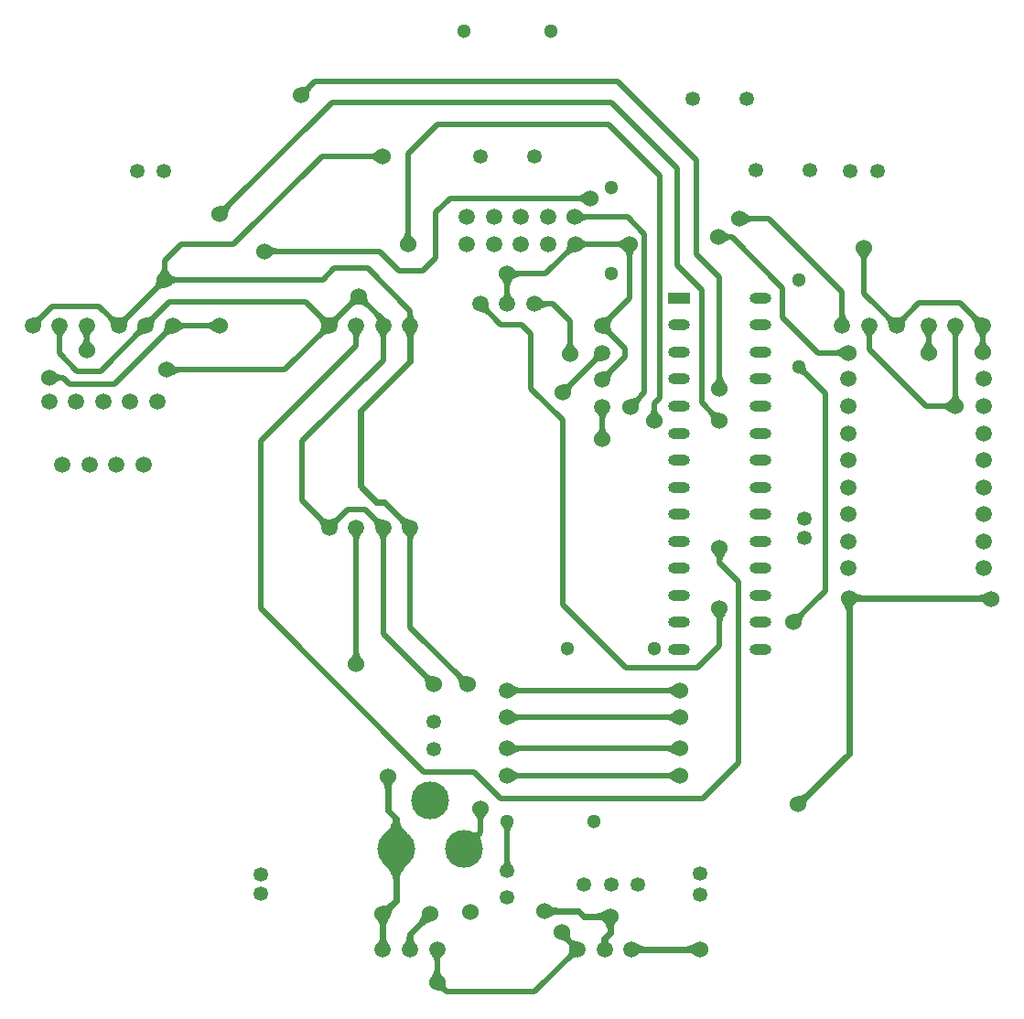
<source format=gtl>
%FSDAX24Y24*%
%MOMM*%
%SFA1B1*%

%IPPOS*%
%ADD10C,0.507999*%
%ADD11C,0.634999*%
%ADD12C,1.299997*%
%ADD13C,1.349997*%
%ADD14C,1.499997*%
%ADD15O,1.999996X0.999998*%
%ADD16R,1.999996X0.999998*%
%ADD17C,3.499993*%
%ADD18C,1.523997*%
%LNpcb_final_v1-1*%
%LPD*%
G36*
X321882Y-110075D02*
X322360Y-110442D01*
X322875Y-110766*
X323426Y-111047*
X324013Y-111284*
X324637Y-111479*
X325298Y-111630*
X325995Y-111738*
X326728Y-111802*
X327498Y-111824*
Y-118174*
X326728Y-118196*
X325995Y-118260*
X325298Y-118368*
X324637Y-118519*
X324013Y-118714*
X323426Y-118951*
X322875Y-119232*
X322360Y-119556*
X321882Y-119923*
X321441Y-120333*
Y-109665*
X321882Y-110075*
G37*
G36*
X441904Y-120573D02*
X441523Y-120117D01*
X441097Y-119709*
X440628Y-119349*
X440115Y-119037*
X439559Y-118774*
X438959Y-118558*
X438316Y-118390*
X437629Y-118270*
X436898Y-118198*
X436124Y-118174*
X437053Y-111824*
X437820Y-111806*
X439260Y-111660*
X439933Y-111532*
X440573Y-111367*
X441183Y-111166*
X441761Y-110929*
X442307Y-110655*
X442821Y-110344*
X443304Y-109997*
X441904Y-120573*
G37*
G36*
X320923Y-120882D02*
X320556Y-121360D01*
X320232Y-121875*
X319951Y-122426*
X319714Y-123013*
X319519Y-123637*
X319368Y-124298*
X319260Y-124995*
X319196Y-125728*
X319174Y-126498*
X312824*
X312802Y-125728*
X312738Y-124995*
X312630Y-124298*
X312479Y-123637*
X312284Y-123013*
X312047Y-122426*
X311766Y-121875*
X311442Y-121360*
X311075Y-120882*
X310665Y-120441*
X321333*
X320923Y-120882*
G37*
G36*
X201302Y-074997D02*
X200827Y-075570D01*
X200408Y-076159*
X200045Y-076766*
X199738Y-077389*
X199486Y-078028*
X199290Y-078685*
X199151Y-079358*
X199067Y-080048*
X199039Y-080755*
X193959*
X193931Y-080048*
X193847Y-079358*
X193707Y-078685*
X193512Y-078028*
X193261Y-077389*
X192953Y-076766*
X192590Y-076159*
X192171Y-075570*
X191696Y-074997*
X191165Y-074441*
X201833*
X201302Y-074997*
G37*
G36*
X-085014Y-055645D02*
X-085475Y-056203D01*
X-085881Y-056779*
X-086233Y-057372*
X-086531Y-057983*
X-086775Y-058612*
X-086965Y-059259*
X-087101Y-059924*
X-087182Y-060606*
X-087209Y-061306*
X-092289*
X-092316Y-060606*
X-092397Y-059924*
X-092533Y-059259*
X-092723Y-058612*
X-092967Y-057983*
X-093265Y-057372*
X-093617Y-056779*
X-094023Y-056203*
X-094484Y-055645*
X-094999Y-055105*
X-084499*
X-085014Y-055645*
G37*
G36*
X-110014D02*
X-110475Y-056203D01*
X-110881Y-056779*
X-111233Y-057372*
X-111531Y-057983*
X-111775Y-058612*
X-111965Y-059259*
X-112101Y-059924*
X-112182Y-060606*
X-112209Y-061306*
X-117289*
X-117316Y-060606*
X-117397Y-059924*
X-117533Y-059259*
X-117723Y-058612*
X-117967Y-057983*
X-118265Y-057372*
X-118618Y-056779*
X-119023Y-056203*
X-119484Y-055645*
X-119999Y-055105*
X-109499*
X-110014Y-055645*
G37*
G36*
X-135014D02*
X-135475Y-056203D01*
X-135881Y-056779*
X-136233Y-057372*
X-136531Y-057983*
X-136775Y-058612*
X-136965Y-059259*
X-137101Y-059924*
X-137182Y-060606*
X-137209Y-061306*
X-142289*
X-142316Y-060606*
X-142397Y-059924*
X-142533Y-059259*
X-142723Y-058612*
X-142967Y-057983*
X-143265Y-057372*
X-143617Y-056779*
X-144023Y-056203*
X-144484Y-055645*
X-144999Y-055105*
X-134499*
X-135014Y-055645*
G37*
G36*
X-073996Y-185370D02*
X-073449Y-185799D01*
X-072874Y-186176*
X-072272Y-186502*
X-071641Y-186777*
X-070984Y-187000*
X-070298Y-187172*
X-069585Y-187292*
X-068844Y-187361*
X-068075Y-187379*
X-075619Y-194923*
X-075636Y-194154*
X-075706Y-193413*
X-075826Y-192700*
X-075998Y-192014*
X-076221Y-191356*
X-076496Y-190726*
X-076822Y-190124*
X-077199Y-189549*
X-077628Y-189002*
X-078108Y-188482*
X-074516Y-184890*
X-073996Y-185370*
G37*
G36*
X005895Y-195764D02*
X006453Y-196225D01*
X007029Y-196631*
X007622Y-196983*
X008233Y-197282*
X008862Y-197525*
X009509Y-197715*
X010174Y-197851*
X010856Y-197932*
X011557Y-197959*
Y-203039*
X010856Y-203066*
X010174Y-203147*
X009509Y-203283*
X008862Y-203473*
X008233Y-203716*
X007622Y-204015*
X007029Y-204367*
X006453Y-204773*
X005895Y-205234*
X005355Y-205749*
Y-195249*
X005895Y-195764*
G37*
G36*
X154057Y-205833D02*
X153501Y-205302D01*
X152928Y-204827*
X152339Y-204408*
X151732Y-204045*
X151109Y-203737*
X150470Y-203486*
X149813Y-203290*
X149140Y-203151*
X148450Y-203067*
X147743Y-203039*
Y-197959*
X148450Y-197931*
X149140Y-197847*
X149813Y-197707*
X150470Y-197512*
X151109Y-197261*
X151732Y-196953*
X152339Y-196590*
X152928Y-196171*
X153501Y-195696*
X154057Y-195165*
Y-205833*
G37*
G36*
X-042996Y-185370D02*
X-042449Y-185799D01*
X-041874Y-186176*
X-041272Y-186502*
X-040641Y-186777*
X-039984Y-187000*
X-039298Y-187172*
X-038585Y-187292*
X-037844Y-187361*
X-037075Y-187379*
X-044619Y-194923*
X-044636Y-194154*
X-044706Y-193413*
X-044826Y-192700*
X-044998Y-192014*
X-045221Y-191356*
X-045496Y-190726*
X-045822Y-190124*
X-046199Y-189549*
X-046628Y-189002*
X-047108Y-188482*
X-043516Y-184890*
X-042996Y-185370*
G37*
G36*
X201302Y-130997D02*
X200827Y-131570D01*
X200408Y-132159*
X200045Y-132766*
X199738Y-133389*
X199486Y-134029*
X199290Y-134685*
X199151Y-135358*
X199067Y-136048*
X199039Y-136755*
X193959*
X193931Y-136048*
X193847Y-135358*
X193707Y-134685*
X193512Y-134029*
X193261Y-133389*
X192953Y-132766*
X192590Y-132159*
X192171Y-131570*
X191696Y-130997*
X191165Y-130441*
X201833*
X201302Y-130997*
G37*
G36*
X275108Y-130982D02*
X274628Y-131502D01*
X274199Y-132049*
X273822Y-132624*
X273496Y-133226*
X273221Y-133858*
X272998Y-134514*
X272826Y-135200*
X272706Y-135913*
X272637Y-136654*
X272619Y-137423*
X265075Y-129879*
X265844Y-129862*
X266585Y-129792*
X267298Y-129672*
X267984Y-129500*
X268642Y-129277*
X269272Y-129002*
X269875Y-128676*
X270449Y-128299*
X270996Y-127870*
X271516Y-127390*
X275108Y-130982*
G37*
G36*
X-137181Y-164950D02*
X-137097Y-165640D01*
X-136958Y-166313*
X-136762Y-166970*
X-136510Y-167609*
X-136203Y-168232*
X-135840Y-168839*
X-135421Y-169428*
X-134946Y-170001*
X-134415Y-170557*
X-145083*
X-144552Y-170001*
X-144077Y-169428*
X-143658Y-168839*
X-143295Y-168232*
X-142988Y-167609*
X-142736Y-166970*
X-142541Y-166313*
X-142401Y-165640*
X-142317Y-164950*
X-142289Y-164243*
X-137209*
X-137181Y-164950*
G37*
G36*
X-170611Y-040257D02*
X-170071Y-040682D01*
X-169505Y-041056*
X-168914Y-041379*
X-168297Y-041651*
X-167654Y-041873*
X-166985Y-042043*
X-166290Y-042164*
X-165570Y-042231*
X-164824Y-042249*
X-172249Y-049674*
X-172266Y-048928*
X-172335Y-048208*
X-172455Y-047513*
X-172625Y-046844*
X-172847Y-046202*
X-173119Y-045584*
X-173442Y-044993*
X-173816Y-044427*
X-174241Y-043887*
X-174717Y-043373*
X-171125Y-039781*
X-170611Y-040257*
G37*
G36*
X417317Y073548D02*
X417401Y072858D01*
X417541Y072185*
X417736Y071528*
X417988Y070889*
X418295Y070266*
X418658Y069659*
X419077Y069070*
X419552Y068497*
X420083Y067941*
X409415*
X409946Y068497*
X410421Y069070*
X410840Y069659*
X411203Y070266*
X411510Y070889*
X411762Y071528*
X411958Y072185*
X412097Y072858*
X412181Y073548*
X412209Y074255*
X417289*
X417317Y073548*
G37*
G36*
X124108Y068516D02*
X123628Y067996D01*
X123199Y067449*
X122822Y066874*
X122496Y066272*
X122221Y065641*
X121998Y064984*
X121826Y064298*
X121706Y063585*
X121636Y062844*
X121619Y062075*
X114075Y069619*
X114844Y069636*
X115585Y069706*
X116298Y069826*
X116984Y069998*
X117641Y070221*
X118272Y070496*
X118874Y070822*
X119449Y071199*
X119996Y071628*
X120516Y072108*
X124108Y068516*
G37*
G36*
X409307Y057165D02*
X408751Y057696D01*
X408178Y058171*
X407589Y058590*
X406982Y058953*
X406359Y059260*
X405719Y059512*
X405063Y059707*
X404390Y059847*
X403700Y059931*
X402993Y059959*
Y065039*
X403700Y065067*
X404390Y065151*
X405063Y065291*
X405719Y065486*
X406359Y065738*
X406982Y066045*
X407589Y066408*
X408178Y066827*
X408751Y067302*
X409307Y067833*
Y057165*
G37*
G36*
X061108Y081516D02*
X060628Y080996D01*
X060199Y080449*
X059822Y079874*
X059496Y079272*
X059221Y078642*
X058998Y077984*
X058826Y077298*
X058706Y076585*
X058636Y075844*
X058619Y075075*
X051075Y082619*
X051844Y082637*
X052585Y082706*
X053298Y082826*
X053984Y082998*
X054642Y083221*
X055272Y083496*
X055874Y083822*
X056449Y084199*
X056996Y084628*
X057516Y085108*
X061108Y081516*
G37*
G36*
X097967Y093375D02*
X097491Y092861D01*
X097066Y092321*
X096692Y091755*
X096369Y091164*
X096097Y090547*
X095875Y089903*
X095705Y089235*
X095585Y088540*
X095517Y087820*
X095499Y087074*
X088074Y094499*
X088820Y094516*
X089540Y094585*
X090235Y094705*
X090904Y094875*
X091546Y095097*
X092164Y095369*
X092755Y095692*
X093321Y096066*
X093861Y096491*
X094375Y096967*
X097967Y093375*
G37*
G36*
X199067Y090048D02*
X199151Y089358D01*
X199290Y088685*
X199486Y088028*
X199738Y087389*
X200045Y086766*
X200408Y086159*
X200827Y085570*
X201302Y084997*
X201833Y084441*
X191165*
X191696Y084997*
X192171Y085570*
X192590Y086159*
X192953Y086766*
X193261Y087389*
X193512Y088028*
X193707Y088685*
X193847Y089358*
X193931Y090048*
X193959Y090755*
X199039*
X199067Y090048*
G37*
G36*
X-418001Y093802D02*
X-417428Y093327D01*
X-416839Y092908*
X-416232Y092545*
X-415609Y092238*
X-414970Y091986*
X-414313Y091790*
X-413640Y091651*
X-412950Y091567*
X-412243Y091539*
Y086459*
X-412950Y086431*
X-413640Y086347*
X-414313Y086207*
X-414970Y086012*
X-415609Y085760*
X-416232Y085453*
X-416839Y085090*
X-417428Y084671*
X-418001Y084196*
X-418557Y083665*
Y094333*
X-418001Y093802*
G37*
G36*
X-094937Y-040042D02*
X-094380Y-040510D01*
X-093821Y-040923*
X-093259Y-041280*
X-092693Y-041581*
X-092125Y-041826*
X-091554Y-042016*
X-090980Y-042149*
X-090404Y-042227*
X-089824Y-042249*
X-097249Y-049674*
X-097271Y-049094*
X-097349Y-048518*
X-097482Y-047944*
X-097672Y-047373*
X-097917Y-046805*
X-098218Y-046239*
X-098575Y-045677*
X-098988Y-045118*
X-099456Y-044561*
X-099981Y-044007*
X-095491Y-039517*
X-094937Y-040042*
G37*
G36*
X-120611Y-040257D02*
X-120071Y-040682D01*
X-119505Y-041056*
X-118914Y-041379*
X-118297Y-041651*
X-117654Y-041873*
X-116985Y-042043*
X-116290Y-042164*
X-115570Y-042231*
X-114824Y-042249*
X-122249Y-049674*
X-122267Y-048928*
X-122335Y-048208*
X-122455Y-047513*
X-122625Y-046844*
X-122847Y-046202*
X-123119Y-045584*
X-123442Y-044993*
X-123816Y-044427*
X-124241Y-043887*
X-124717Y-043373*
X-121125Y-039781*
X-120611Y-040257*
G37*
G36*
X-154781Y-043373D02*
X-155257Y-043887D01*
X-155682Y-044427*
X-156056Y-044993*
X-156379Y-045584*
X-156651Y-046202*
X-156873Y-046844*
X-157043Y-047513*
X-157163Y-048208*
X-157232Y-048928*
X-157249Y-049674*
X-164674Y-042249*
X-163928Y-042231*
X-163208Y-042164*
X-162513Y-042043*
X-161844Y-041873*
X-161202Y-041651*
X-160584Y-041379*
X-159993Y-041056*
X-159427Y-040682*
X-158887Y-040257*
X-158373Y-039781*
X-154781Y-043373*
G37*
G36*
X090567Y043048D02*
X090651Y042358D01*
X090790Y041685*
X090986Y041029*
X091237Y040389*
X091545Y039766*
X091908Y039159*
X092327Y038570*
X092802Y037997*
X093333Y037441*
X082665*
X083196Y037997*
X083671Y038570*
X084090Y039159*
X084453Y039766*
X084760Y040389*
X085012Y041029*
X085208Y041685*
X085347Y042358*
X085431Y043048*
X085459Y043755*
X090539*
X090567Y043048*
G37*
G36*
X138567Y060048D02*
X138651Y059358D01*
X138791Y058685*
X138986Y058028*
X139238Y057389*
X139545Y056766*
X139908Y056159*
X140327Y055570*
X140802Y054997*
X141333Y054441*
X130665*
X131196Y054997*
X131671Y055570*
X132090Y056159*
X132453Y056766*
X132760Y057389*
X133012Y058028*
X133208Y058685*
X133347Y059358*
X133431Y060048*
X133459Y060755*
X138539*
X138567Y060048*
G37*
G36*
X092734Y056103D02*
X092273Y055545D01*
X091867Y054969*
X091515Y054376*
X091216Y053765*
X090973Y053136*
X090783Y052489*
X090647Y051824*
X090566Y051142*
X090539Y050442*
X085459*
X085432Y051142*
X085351Y051824*
X085215Y052489*
X085025Y053136*
X084781Y053765*
X084483Y054376*
X084131Y054969*
X083725Y055545*
X083264Y056103*
X082749Y056643*
X093249*
X092734Y056103*
G37*
G36*
X190502Y058628D02*
X191049Y058199D01*
X191624Y057822*
X192226Y057496*
X192856Y057221*
X193514Y056998*
X194200Y056826*
X194913Y056706*
X195654Y056637*
X196423Y056619*
X188879Y049075*
X188861Y049844*
X188792Y050585*
X188672Y051298*
X188500Y051984*
X188277Y052641*
X188002Y053272*
X187676Y053874*
X187299Y054449*
X186870Y054996*
X186390Y055516*
X189982Y059108*
X190502Y058628*
G37*
G36*
X005895Y-220764D02*
X006453Y-221225D01*
X007029Y-221631*
X007622Y-221983*
X008233Y-222282*
X008862Y-222525*
X009509Y-222715*
X010174Y-222851*
X010856Y-222932*
X011557Y-222959*
Y-228039*
X010856Y-228066*
X010174Y-228147*
X009509Y-228283*
X008862Y-228473*
X008233Y-228716*
X007622Y-229015*
X007029Y-229367*
X006453Y-229773*
X005895Y-230234*
X005355Y-230749*
Y-220249*
X005895Y-220764*
G37*
G36*
X093207Y-433220D02*
X086791D01*
X086797Y-433182*
X086803Y-433076*
X086824Y-429749*
X093174*
X093207Y-433220*
G37*
G36*
X-086803Y-429467D02*
X-086741Y-430191D01*
X-086637Y-430879*
X-086492Y-431529*
X-086305Y-432141*
X-086077Y-432717*
X-085807Y-433254*
X-085496Y-433754*
X-085143Y-434217*
X-084749Y-434643*
X-095250*
X-094855Y-434217*
X-094502Y-433754*
X-094191Y-433254*
X-093921Y-432717*
X-093693Y-432141*
X-093506Y-431529*
X-093361Y-430879*
X-093257Y-430191*
X-093195Y-429467*
X-093174Y-428704*
X-086824*
X-086803Y-429467*
G37*
G36*
X-111803D02*
X-111741Y-430191D01*
X-111637Y-430879*
X-111492Y-431529*
X-111305Y-432141*
X-111077Y-432717*
X-110807Y-433254*
X-110496Y-433754*
X-110143Y-434217*
X-109749Y-434643*
X-120249*
X-119855Y-434217*
X-119502Y-433754*
X-119191Y-433254*
X-118921Y-432717*
X-118693Y-432141*
X-118506Y-431529*
X-118361Y-430879*
X-118257Y-430191*
X-118195Y-429467*
X-118174Y-428704*
X-111824*
X-111803Y-429467*
G37*
G36*
X099923Y-415632D02*
X099556Y-416110D01*
X099232Y-416625*
X098951Y-417176*
X098714Y-417763*
X098519Y-418387*
X098368Y-419048*
X098260Y-419744*
X098196Y-420478*
X098174Y-421248*
X091824*
X091802Y-420478*
X091738Y-419744*
X091630Y-419048*
X091479Y-418387*
X091284Y-417763*
X091047Y-417176*
X090766Y-416625*
X090442Y-416110*
X090075Y-415632*
X089665Y-415191*
X100333*
X099923Y-415632*
G37*
G36*
X089557Y-415083D02*
X089116Y-414673D01*
X088638Y-414306*
X088123Y-413982*
X087572Y-413701*
X086985Y-413464*
X086361Y-413269*
X085700Y-413118*
X085003Y-413010*
X084270Y-412946*
X083500Y-412924*
Y-406574*
X084270Y-406552*
X085003Y-406488*
X085700Y-406380*
X086361Y-406229*
X086985Y-406034*
X087572Y-405797*
X088123Y-405516*
X088638Y-405192*
X089116Y-404825*
X089557Y-404415*
Y-415083*
G37*
G36*
X-071575Y-415369D02*
X-072178Y-415391D01*
X-072775Y-415469*
X-073368Y-415604*
X-073956Y-415795*
X-074539Y-416043*
X-075118Y-416347*
X-075692Y-416707*
X-076261Y-417123*
X-076825Y-417596*
X-077385Y-418125*
X-081875Y-413635*
X-081346Y-413075*
X-080873Y-412511*
X-080457Y-411942*
X-080097Y-411368*
X-079793Y-410789*
X-079545Y-410206*
X-079354Y-409618*
X-079219Y-409025*
X-079141Y-408427*
X-079119Y-407825*
X-071575Y-415369*
G37*
G36*
X-110075Y-413632D02*
X-110442Y-414110D01*
X-110766Y-414625*
X-111047Y-415176*
X-111284Y-415763*
X-111479Y-416387*
X-111630Y-417048*
X-111738Y-417745*
X-111802Y-418478*
X-111824Y-419248*
X-118174*
X-118196Y-418478*
X-118260Y-417745*
X-118368Y-417048*
X-118519Y-416387*
X-118714Y-415763*
X-118951Y-415176*
X-119232Y-414625*
X-119556Y-414110*
X-119923Y-413632*
X-120333Y-413191*
X-109665*
X-110075Y-413632*
G37*
G36*
X-060264Y-445895D02*
X-060725Y-446453D01*
X-061131Y-447029*
X-061483Y-447622*
X-061781Y-448233*
X-062025Y-448862*
X-062215Y-449509*
X-062351Y-450174*
X-062432Y-450856*
X-062459Y-451556*
X-067539*
X-067566Y-450856*
X-067647Y-450174*
X-067783Y-449509*
X-067973Y-448862*
X-068217Y-448233*
X-068515Y-447622*
X-068867Y-447029*
X-069273Y-446453*
X-069734Y-445895*
X-070249Y-445355*
X-059749*
X-060264Y-445895*
G37*
G36*
X-062431Y-459450D02*
X-062347Y-460140D01*
X-062207Y-460813*
X-062012Y-461469*
X-061760Y-462109*
X-061453Y-462732*
X-061090Y-463339*
X-060671Y-463928*
X-060196Y-464501*
X-059665Y-465057*
X-070333*
X-069802Y-464501*
X-069327Y-463928*
X-068908Y-463339*
X-068545Y-462732*
X-068238Y-462109*
X-067986Y-461469*
X-067791Y-460813*
X-067651Y-460140*
X-067567Y-459450*
X-067539Y-458743*
X-062459*
X-062431Y-459450*
G37*
G36*
X-057361Y-471344D02*
X-057292Y-472085D01*
X-057172Y-472798*
X-057000Y-473483*
X-056777Y-474141*
X-056502Y-474772*
X-056176Y-475374*
X-055799Y-475949*
X-055370Y-476496*
X-054890Y-477016*
X-058482Y-480608*
X-059002Y-480128*
X-059549Y-479699*
X-060124Y-479322*
X-060726Y-478996*
X-061356Y-478721*
X-062014Y-478498*
X-062700Y-478326*
X-063413Y-478206*
X-064154Y-478137*
X-064923Y-478119*
X-057379Y-470575*
X-057361Y-471344*
G37*
G36*
X064924Y-447499D02*
X064178Y-447517D01*
X063458Y-447585*
X062763Y-447705*
X062094Y-447875*
X061451Y-448097*
X060834Y-448369*
X060243Y-448692*
X059677Y-449066*
X059137Y-449491*
X058623Y-449967*
X055031Y-446375*
X055507Y-445861*
X055932Y-445321*
X056306Y-444755*
X056629Y-444164*
X056901Y-443547*
X057123Y-442904*
X057293Y-442235*
X057413Y-441540*
X057482Y-440820*
X057499Y-440074*
X064924Y-447499*
G37*
G36*
X058203Y-426122D02*
X058185Y-426836D01*
X058230Y-427527*
X058338Y-428195*
X058509Y-428840*
X058744Y-429463*
X059041Y-430062*
X059402Y-430638*
X059552Y-430833*
X059677Y-430932*
X060243Y-431306*
X060834Y-431629*
X061451Y-431901*
X062094Y-432123*
X062763Y-432293*
X063458Y-432413*
X064178Y-432481*
X064924Y-432499*
X057499Y-439924*
X057482Y-439178*
X057413Y-438458*
X057293Y-437763*
X057123Y-437094*
X056901Y-436451*
X056629Y-435834*
X056306Y-435243*
X055932Y-434677*
X055570Y-434218*
X055142Y-433872*
X054576Y-433478*
X053979Y-433123*
X053352Y-432807*
X052695Y-432529*
X052008Y-432290*
X051290Y-432089*
X050542Y-431928*
X049764Y-431805*
X058284Y-425385*
X058203Y-426122*
G37*
G36*
X120780Y-435143D02*
X121243Y-435496D01*
X121744Y-435807*
X122281Y-436077*
X122857Y-436305*
X123469Y-436492*
X124119Y-436637*
X124807Y-436741*
X125532Y-436803*
X126294Y-436824*
Y-443174*
X125532Y-443195*
X124807Y-443257*
X124119Y-443361*
X123469Y-443506*
X122857Y-443693*
X122281Y-443921*
X121744Y-444191*
X121243Y-444502*
X120780Y-444855*
X120355Y-445249*
Y-434749*
X120780Y-435143*
G37*
G36*
X172557Y-445333D02*
X172116Y-444923D01*
X171638Y-444556*
X171123Y-444232*
X170572Y-443951*
X169985Y-443714*
X169361Y-443519*
X168700Y-443368*
X168003Y-443260*
X167270Y-443196*
X166500Y-443174*
Y-436824*
X167270Y-436802*
X168003Y-436738*
X168700Y-436630*
X169361Y-436479*
X169985Y-436284*
X170572Y-436047*
X171123Y-435766*
X171638Y-435442*
X172116Y-435075*
X172557Y-434665*
Y-445333*
G37*
G36*
X040382Y-400075D02*
X040860Y-400442D01*
X041375Y-400766*
X041926Y-401047*
X042513Y-401284*
X043137Y-401478*
X043798Y-401630*
X044495Y-401738*
X045228Y-401802*
X045998Y-401824*
Y-408174*
X045228Y-408195*
X044495Y-408260*
X043798Y-408368*
X043137Y-408519*
X042513Y-408714*
X041926Y-408951*
X041375Y-409232*
X040860Y-409556*
X040382Y-409923*
X039941Y-410333*
Y-399665*
X040382Y-400075*
G37*
G36*
X154057Y-284833D02*
X153501Y-284302D01*
X152928Y-283827*
X152339Y-283408*
X151732Y-283045*
X151109Y-282737*
X150470Y-282486*
X149813Y-282291*
X149140Y-282151*
X148450Y-282067*
X147743Y-282039*
Y-276959*
X148450Y-276931*
X149140Y-276847*
X149813Y-276708*
X150470Y-276512*
X151109Y-276261*
X151732Y-275953*
X152339Y-275590*
X152928Y-275171*
X153501Y-274696*
X154057Y-274165*
Y-284833*
G37*
G36*
X-105325Y-286132D02*
X-105692Y-286610D01*
X-106016Y-287125*
X-106297Y-287676*
X-106534Y-288263*
X-106729Y-288887*
X-106880Y-289548*
X-106988Y-290245*
X-107052Y-290978*
X-107074Y-291748*
X-113424*
X-113446Y-290978*
X-113510Y-290245*
X-113618Y-289548*
X-113769Y-288887*
X-113964Y-288263*
X-114201Y-287676*
X-114482Y-287125*
X-114806Y-286610*
X-115173Y-286132*
X-115583Y-285691*
X-104915*
X-105325Y-286132*
G37*
G36*
X279375Y-300113D02*
X278846Y-300673D01*
X278373Y-301237*
X277957Y-301806*
X277596Y-302380*
X277293Y-302959*
X277045Y-303542*
X276854Y-304130*
X276719Y-304723*
X276641Y-305321*
X276619Y-305923*
X269075Y-298379*
X269677Y-298357*
X270275Y-298279*
X270868Y-298144*
X271456Y-297953*
X272039Y-297705*
X272618Y-297402*
X273192Y-297041*
X273761Y-296625*
X274325Y-296152*
X274885Y-295623*
X279375Y-300113*
G37*
G36*
X005895Y-274764D02*
X006453Y-275225D01*
X007029Y-275631*
X007622Y-275983*
X008233Y-276282*
X008862Y-276525*
X009509Y-276715*
X010174Y-276851*
X010856Y-276932*
X011557Y-276959*
Y-282039*
X010856Y-282067*
X010174Y-282147*
X009509Y-282283*
X008862Y-282473*
X008233Y-282716*
X007622Y-283015*
X007029Y-283367*
X006453Y-283773*
X005895Y-284234*
X005355Y-284749*
Y-274249*
X005895Y-274764*
G37*
G36*
X154057Y-230833D02*
X153501Y-230302D01*
X152928Y-229827*
X152339Y-229408*
X151732Y-229045*
X151109Y-228737*
X150470Y-228486*
X149813Y-228290*
X149140Y-228151*
X148450Y-228067*
X147743Y-228039*
Y-222959*
X148450Y-222931*
X149140Y-222847*
X149813Y-222707*
X150470Y-222512*
X151109Y-222261*
X151732Y-221953*
X152339Y-221590*
X152928Y-221171*
X153501Y-220696*
X154057Y-220165*
Y-230833*
G37*
G36*
X005895Y-249764D02*
X006453Y-250225D01*
X007029Y-250631*
X007622Y-250983*
X008233Y-251282*
X008862Y-251525*
X009509Y-251715*
X010174Y-251851*
X010856Y-251932*
X011557Y-251959*
Y-257039*
X010856Y-257066*
X010174Y-257147*
X009509Y-257283*
X008862Y-257473*
X008233Y-257716*
X007622Y-258015*
X007029Y-258367*
X006453Y-258773*
X005895Y-259234*
X005355Y-259749*
Y-249249*
X005895Y-249764*
G37*
G36*
X154057Y-259833D02*
X153501Y-259302D01*
X152928Y-258827*
X152339Y-258408*
X151732Y-258045*
X151109Y-257737*
X150470Y-257486*
X149813Y-257291*
X149140Y-257151*
X148450Y-257067*
X147743Y-257039*
Y-251959*
X148450Y-251931*
X149140Y-251847*
X149813Y-251708*
X150470Y-251512*
X151109Y-251261*
X151732Y-250953*
X152339Y-250590*
X152928Y-250171*
X153501Y-249696*
X154057Y-249165*
Y-259833*
G37*
G36*
X002561Y-357852D02*
X002626Y-358484D01*
X002736Y-359092*
X002889Y-359677*
X003085Y-360237*
X003326Y-360773*
X003610Y-361286*
X003937Y-361774*
X004309Y-362238*
X004724Y-362678*
X-004724*
X-004309Y-362238*
X-003937Y-361774*
X-003610Y-361286*
X-003326Y-360773*
X-003085Y-360237*
X-002889Y-359677*
X-002736Y-359092*
X-002626Y-358484*
X-002561Y-357852*
X-002540Y-357195*
X002540*
X002561Y-357852*
G37*
G36*
X-092223Y-361750D02*
X-095127Y-365102D01*
X-096307Y-366700*
X-097305Y-368247*
X-098122Y-369743*
X-098757Y-371186*
X-099211Y-372579*
X-099483Y-373919*
X-099574Y-375209*
X-105924*
X-106015Y-373919*
X-106287Y-372579*
X-106741Y-371186*
X-107376Y-369743*
X-108193Y-368247*
X-109191Y-366700*
X-110371Y-365102*
X-111732Y-363451*
X-114999Y-359996*
X-090499*
X-092223Y-361750*
G37*
G36*
X-104623Y-401863D02*
X-105152Y-402423D01*
X-105625Y-402987*
X-106041Y-403556*
X-106402Y-404130*
X-106705Y-404709*
X-106953Y-405292*
X-107144Y-405880*
X-107279Y-406473*
X-107357Y-407070*
X-107379Y-407673*
X-114923Y-400129*
X-114320Y-400107*
X-113723Y-400029*
X-113130Y-399894*
X-112542Y-399703*
X-111959Y-399455*
X-111380Y-399151*
X-110806Y-398791*
X-110237Y-398375*
X-109673Y-397902*
X-109113Y-397373*
X-104623Y-401863*
G37*
G36*
X-099483Y-321079D02*
X-099211Y-322419D01*
X-098757Y-323812*
X-098122Y-325255*
X-097305Y-326751*
X-096307Y-328298*
X-095127Y-329896*
X-093766Y-331547*
X-090499Y-335002*
X-114999*
X-113275Y-333248*
X-110371Y-329896*
X-109191Y-328298*
X-108193Y-326751*
X-107376Y-325255*
X-106741Y-323812*
X-106287Y-322419*
X-106015Y-321079*
X-105924Y-319789*
X-099574*
X-099483Y-321079*
G37*
G36*
X-019946Y-315997D02*
X-020421Y-316570D01*
X-020840Y-317159*
X-021203Y-317766*
X-021510Y-318389*
X-021762Y-319029*
X-021957Y-319685*
X-022098Y-320358*
X-022181Y-321048*
X-022209Y-321755*
X-027289*
X-027317Y-321048*
X-027401Y-320358*
X-027540Y-319685*
X-027736Y-319029*
X-027988Y-318389*
X-028295Y-317766*
X-028658Y-317159*
X-029077Y-316570*
X-029552Y-315997*
X-030083Y-315441*
X-019415*
X-019946Y-315997*
G37*
G36*
X004167Y-326798D02*
X003825Y-327231D01*
X003524Y-327690*
X003263Y-328175*
X003042Y-328686*
X002861Y-329224*
X002720Y-329787*
X002619Y-330376*
X002559Y-330991*
X002540Y-331632*
X-002540*
X-002559Y-330991*
X-002619Y-330376*
X-002720Y-329787*
X-002861Y-329224*
X-003042Y-328686*
X-003263Y-328175*
X-003524Y-327690*
X-003825Y-327231*
X-004167Y-326798*
X-004549Y-326391*
X004549*
X004167Y-326798*
G37*
G36*
X-022953Y-333795D02*
X-023530Y-334409D01*
X-024019Y-335009*
X-024421Y-335596*
X-024735Y-336169*
X-024961Y-336729*
X-025100Y-337274*
X-025151Y-337807*
X-025114Y-338325*
X-024990Y-338830*
X-024778Y-339321*
X-032071Y-332028*
X-031580Y-332240*
X-031075Y-332364*
X-030556Y-332401*
X-030024Y-332350*
X-029479Y-332211*
X-028919Y-331985*
X-028346Y-331671*
X-027760Y-331269*
X-027159Y-330780*
X-026545Y-330203*
X-022953Y-333795*
G37*
G36*
X002566Y167856D02*
X002647Y167174D01*
X002783Y166509*
X002973Y165862*
X003216Y165233*
X003515Y164622*
X003867Y164029*
X004273Y163453*
X004734Y162895*
X005249Y162355*
X-005249*
X-004734Y162895*
X-004273Y163453*
X-003867Y164029*
X-003515Y164622*
X-003216Y165233*
X-002973Y165862*
X-002783Y166509*
X-002647Y167174*
X-002566Y167856*
X-002540Y168556*
X002540*
X002566Y167856*
G37*
G36*
X-129737Y163529D02*
X-129667Y162788D01*
X-129547Y162075*
X-129375Y161389*
X-129152Y160731*
X-128877Y160101*
X-128551Y159499*
X-128174Y158924*
X-127745Y158377*
X-127265Y157857*
X-130857Y154265*
X-131377Y154745*
X-131924Y155174*
X-132499Y155551*
X-133101Y155877*
X-133732Y156152*
X-134389Y156375*
X-135075Y156547*
X-135788Y156667*
X-136529Y156736*
X-137298Y156754*
X-129754Y164298*
X-129737Y163529*
G37*
G36*
X-137450Y156754D02*
X-138219Y156736D01*
X-138960Y156667*
X-139673Y156547*
X-140359Y156375*
X-141017Y156152*
X-141647Y155877*
X-142249Y155551*
X-142824Y155174*
X-143371Y154745*
X-143891Y154265*
X-147483Y157857*
X-147003Y158377*
X-146574Y158924*
X-146197Y159499*
X-145871Y160101*
X-145596Y160731*
X-145373Y161389*
X-145201Y162075*
X-145081Y162788*
X-145012Y163529*
X-144994Y164298*
X-137450Y156754*
G37*
G36*
X-317075Y171879D02*
X-317844Y171862D01*
X-318585Y171792*
X-319298Y171672*
X-319984Y171500*
X-320642Y171277*
X-321272Y171002*
X-321874Y170676*
X-322449Y170299*
X-322996Y169870*
X-323516Y169390*
X-327108Y172982*
X-326628Y173502*
X-326199Y174049*
X-325822Y174625*
X-325496Y175226*
X-325221Y175857*
X-324998Y176515*
X-324826Y177200*
X-324706Y177913*
X-324636Y178654*
X-324619Y179423*
X-317075Y171879*
G37*
G36*
X005997Y189802D02*
X006570Y189327D01*
X007159Y188908*
X007766Y188545*
X008389Y188238*
X009028Y187986*
X009685Y187791*
X010358Y187651*
X011049Y187567*
X011755Y187539*
Y182459*
X011049Y182431*
X010358Y182347*
X009685Y182208*
X009028Y182012*
X008389Y181760*
X007766Y181453*
X007159Y181090*
X006570Y180671*
X005997Y180196*
X005441Y179665*
Y190333*
X005997Y189802*
G37*
G36*
X-311001Y184302D02*
X-310428Y183827D01*
X-309839Y183408*
X-309232Y183045*
X-308610Y182737*
X-307970Y182486*
X-307313Y182291*
X-306640Y182151*
X-305950Y182067*
X-305243Y182039*
Y176959*
X-305950Y176931*
X-306640Y176847*
X-307313Y176708*
X-307970Y176512*
X-308610Y176261*
X-309232Y175953*
X-309839Y175590*
X-310428Y175171*
X-311001Y174696*
X-311557Y174165*
Y184833*
X-311001Y184302*
G37*
G36*
X004802Y179001D02*
X004327Y178428D01*
X003908Y177839*
X003545Y177232*
X003238Y176609*
X002986Y175969*
X002791Y175313*
X002651Y174640*
X002567Y173950*
X002540Y173243*
X-002540*
X-002567Y173950*
X-002651Y174640*
X-002791Y175313*
X-002986Y175969*
X-003238Y176609*
X-003545Y177232*
X-003908Y177839*
X-004327Y178428*
X-004802Y179001*
X-005334Y179557*
X005334*
X004802Y179001*
G37*
G36*
X-116541Y147149D02*
X-114994Y145843D01*
X-114457Y145451*
X-113351Y144731*
X-112782Y144403*
X-111613Y143812*
X-121421Y140425*
X-121164Y141004*
X-120991Y141580*
X-120902Y142152*
X-120896Y142719*
X-120975Y143281*
X-121137Y143840*
X-121383Y144394*
X-121712Y144944*
X-122126Y145490*
X-122624Y146032*
X-117035Y147627*
X-116541Y147149*
G37*
G36*
X433887Y146491D02*
X434427Y146066D01*
X434993Y145692*
X435584Y145369*
X436202Y145097*
X436845Y144875*
X437513Y144705*
X438208Y144585*
X438928Y144516*
X439674Y144499*
X432249Y137074*
X432232Y137820*
X432163Y138540*
X432043Y139235*
X431873Y139903*
X431651Y140547*
X431379Y141164*
X431056Y141755*
X430682Y142321*
X430257Y142861*
X429781Y143375*
X433373Y146967*
X433887Y146491*
G37*
G36*
X369967Y143375D02*
X369491Y142861D01*
X369066Y142321*
X368692Y141755*
X368369Y141164*
X368097Y140547*
X367875Y139903*
X367705Y139235*
X367585Y138540*
X367517Y137820*
X367499Y137074*
X360074Y144499*
X360820Y144516*
X361540Y144585*
X362235Y144705*
X362904Y144875*
X363547Y145097*
X364164Y145369*
X364755Y145692*
X365321Y146066*
X365861Y146491*
X366375Y146967*
X369967Y143375*
G37*
G36*
X-087182Y147856D02*
X-087101Y147174D01*
X-086965Y146509*
X-086775Y145862*
X-086531Y145233*
X-086233Y144622*
X-085881Y144029*
X-085475Y143453*
X-085014Y142895*
X-084499Y142355*
X-094999*
X-094484Y142895*
X-094023Y143453*
X-093617Y144029*
X-093265Y144622*
X-092967Y145233*
X-092723Y145862*
X-092533Y146509*
X-092397Y147174*
X-092316Y147856*
X-092289Y148556*
X-087209*
X-087182Y147856*
G37*
G36*
X030895Y161734D02*
X031453Y161273D01*
X032029Y160867*
X032622Y160515*
X033233Y160216*
X033862Y159973*
X034509Y159783*
X035174Y159647*
X035856Y159566*
X036556Y159539*
Y154459*
X035856Y154432*
X035174Y154351*
X034509Y154215*
X033862Y154025*
X033233Y153782*
X032622Y153483*
X032029Y153131*
X031453Y152725*
X030895Y152264*
X030355Y151749*
Y162249*
X030895Y161734*
G37*
G36*
X-017482Y156178D02*
X-017413Y155458D01*
X-017293Y154763*
X-017123Y154094*
X-016901Y153452*
X-016629Y152834*
X-016306Y152243*
X-015932Y151677*
X-015507Y151137*
X-015031Y150623*
X-018623Y147031*
X-019137Y147507*
X-019677Y147932*
X-020243Y148306*
X-020834Y148629*
X-021452Y148901*
X-022094Y149123*
X-022763Y149293*
X-023458Y149413*
X-024178Y149481*
X-024924Y149499*
X-017499Y156924*
X-017482Y156178*
G37*
G36*
X312566Y147856D02*
X312647Y147174D01*
X312783Y146509*
X312973Y145862*
X313217Y145233*
X313515Y144622*
X313867Y144029*
X314273Y143453*
X314734Y142895*
X315249Y142355*
X304749*
X305264Y142895*
X305725Y143453*
X306131Y144029*
X306483Y144622*
X306781Y145233*
X307025Y145862*
X307215Y146509*
X307351Y147174*
X307432Y147856*
X307459Y148556*
X312539*
X312566Y147856*
G37*
G36*
X-314431Y190549D02*
X-314347Y189858D01*
X-314208Y189185*
X-314012Y188529*
X-313761Y187889*
X-313453Y187266*
X-313090Y186659*
X-312671Y186070*
X-312196Y185497*
X-311665Y184941*
X-322333*
X-321802Y185497*
X-321327Y186070*
X-320908Y186659*
X-320545Y187266*
X-320237Y187889*
X-319986Y188529*
X-319791Y189185*
X-319651Y189858*
X-319567Y190549*
X-319539Y191255*
X-314459*
X-314431Y190549*
G37*
G36*
X067997Y242302D02*
X068570Y241827D01*
X069159Y241408*
X069766Y241046*
X070389Y240738*
X071029Y240486*
X071685Y240291*
X072358Y240151*
X073048Y240067*
X073755Y240039*
Y234959*
X073048Y234931*
X072358Y234847*
X071685Y234707*
X071029Y234512*
X070389Y234260*
X069766Y233953*
X069159Y233590*
X068570Y233172*
X067997Y232696*
X067441Y232165*
Y242833*
X067997Y242302*
G37*
G36*
X220997Y240802D02*
X221570Y240327D01*
X222159Y239908*
X222766Y239545*
X223389Y239237*
X224029Y238986*
X224685Y238791*
X225358Y238651*
X226048Y238567*
X226755Y238539*
Y233459*
X226048Y233431*
X225358Y233347*
X224685Y233208*
X224029Y233012*
X223389Y232760*
X222766Y232453*
X222159Y232090*
X221570Y231671*
X220997Y231196*
X220441Y230665*
Y241333*
X220997Y240802*
G37*
G36*
X-089431Y223548D02*
X-089347Y222858D01*
X-089207Y222185*
X-089012Y221529*
X-088761Y220889*
X-088453Y220266*
X-088090Y219659*
X-087671Y219070*
X-087196Y218497*
X-086665Y217941*
X-097333*
X-096802Y218497*
X-096327Y219070*
X-095908Y219659*
X-095545Y220266*
X-095238Y220889*
X-094986Y221529*
X-094790Y222185*
X-094651Y222858*
X-094567Y223548*
X-094539Y224255*
X-089459*
X-089431Y223548*
G37*
G36*
X-255890Y246516D02*
X-256370Y245996D01*
X-256799Y245449*
X-257176Y244874*
X-257502Y244272*
X-257777Y243642*
X-258000Y242984*
X-258172Y242298*
X-258292Y241585*
X-258362Y240844*
X-258379Y240075*
X-265923Y247619*
X-265154Y247637*
X-264414Y247706*
X-263700Y247826*
X-263014Y247998*
X-262357Y248221*
X-261726Y248496*
X-261124Y248822*
X-260549Y249199*
X-260002Y249628*
X-259482Y250108*
X-255890Y246516*
G37*
G36*
X-180890Y356516D02*
X-181370Y355996D01*
X-181799Y355449*
X-182176Y354874*
X-182502Y354272*
X-182777Y353641*
X-183000Y352984*
X-183172Y352298*
X-183292Y351585*
X-183362Y350844*
X-183379Y350075*
X-190923Y357619*
X-190154Y357636*
X-189413Y357706*
X-188700Y357826*
X-188014Y357998*
X-187357Y358221*
X-186726Y358496*
X-186124Y358822*
X-185549Y359199*
X-185002Y359628*
X-184482Y360108*
X-180890Y356516*
G37*
G36*
X-120441Y288415D02*
X-120997Y288946D01*
X-121570Y289421*
X-122159Y289840*
X-122766Y290203*
X-123389Y290510*
X-124029Y290762*
X-124685Y290957*
X-125358Y291097*
X-126048Y291181*
X-126755Y291209*
Y296289*
X-126048Y296317*
X-125358Y296401*
X-124685Y296541*
X-124029Y296736*
X-123389Y296988*
X-122766Y297295*
X-122159Y297658*
X-121570Y298077*
X-120997Y298552*
X-120441Y299083*
Y288415*
G37*
G36*
X071557Y249665D02*
X071001Y250196D01*
X070428Y250671*
X069839Y251090*
X069232Y251453*
X068609Y251760*
X067969Y252012*
X067313Y252207*
X066640Y252347*
X065950Y252431*
X065243Y252459*
Y257539*
X065950Y257567*
X066640Y257651*
X067313Y257791*
X067969Y257986*
X068609Y258238*
X069232Y258545*
X069839Y258908*
X070428Y259327*
X071001Y259802*
X071557Y260333*
Y249665*
G37*
G36*
X117802Y206502D02*
X117327Y205928D01*
X116908Y205339*
X116545Y204732*
X116237Y204109*
X115986Y203469*
X115791Y202813*
X115651Y202140*
X115567Y201450*
X115539Y200743*
X110459*
X110431Y201450*
X110347Y202140*
X110208Y202813*
X110012Y203469*
X109760Y204109*
X109453Y204732*
X109090Y205339*
X108671Y205928*
X108196Y206502*
X107665Y207057*
X118333*
X117802Y206502*
G37*
G36*
X-219001Y210802D02*
X-218428Y210327D01*
X-217839Y209908*
X-217232Y209545*
X-216609Y209237*
X-215969Y208986*
X-215313Y208791*
X-214640Y208651*
X-213950Y208567*
X-213243Y208539*
Y203459*
X-213950Y203431*
X-214640Y203347*
X-215313Y203208*
X-215969Y203012*
X-216609Y202760*
X-217232Y202453*
X-217839Y202090*
X-218428Y201671*
X-219001Y201196*
X-219557Y200665*
Y211333*
X-219001Y210802*
G37*
G36*
X334802Y203001D02*
X334327Y202428D01*
X333908Y201839*
X333545Y201232*
X333237Y200609*
X332986Y199969*
X332790Y199313*
X332651Y198640*
X332567Y197950*
X332539Y197243*
X327459*
X327431Y197950*
X327347Y198640*
X327208Y199313*
X327012Y199969*
X326761Y200609*
X326453Y201232*
X326090Y201839*
X325671Y202428*
X325196Y203001*
X324665Y203557*
X335333*
X334802Y203001*
G37*
G36*
X062923Y204879D02*
X062154Y204861D01*
X061413Y204792*
X060700Y204672*
X060015Y204500*
X059357Y204277*
X058726Y204002*
X058124Y203676*
X057549Y203299*
X057002Y202870*
X056482Y202390*
X052890Y205982*
X053370Y206502*
X053799Y207049*
X054176Y207624*
X054502Y208226*
X054777Y208856*
X055000Y209514*
X055172Y210200*
X055292Y210913*
X055362Y211654*
X055379Y212423*
X062923Y204879*
G37*
G36*
X200997Y223802D02*
X201570Y223327D01*
X202159Y222908*
X202766Y222545*
X203389Y222238*
X204029Y221986*
X204685Y221790*
X205359Y221651*
X206048Y221567*
X206756Y221539*
Y216459*
X206048Y216431*
X205359Y216347*
X204685Y216207*
X204029Y216012*
X203389Y215761*
X202766Y215453*
X202159Y215090*
X201570Y214671*
X200997Y214196*
X200441Y213665*
Y224333*
X200997Y223802*
G37*
G36*
X107557Y207165D02*
X107001Y207696D01*
X106428Y208171*
X105839Y208590*
X105232Y208953*
X104609Y209260*
X103969Y209512*
X103313Y209707*
X102640Y209847*
X101950Y209931*
X101243Y209959*
Y215039*
X101950Y215067*
X102640Y215151*
X103313Y215291*
X103969Y215486*
X104609Y215738*
X105232Y216045*
X105839Y216408*
X106428Y216827*
X107001Y217302*
X107557Y217833*
Y207165*
G37*
G36*
X068997Y217302D02*
X069570Y216827D01*
X070159Y216408*
X070766Y216045*
X071389Y215738*
X072029Y215486*
X072685Y215291*
X073358Y215151*
X074048Y215067*
X074755Y215039*
Y209959*
X074048Y209931*
X073358Y209847*
X072685Y209707*
X072029Y209512*
X071389Y209260*
X070766Y208953*
X070159Y208590*
X069570Y208171*
X068997Y207696*
X068441Y207165*
Y217833*
X068997Y217302*
G37*
G36*
X354137Y146491D02*
X354677Y146066D01*
X355243Y145692*
X355834Y145369*
X356451Y145097*
X357094Y144875*
X357763Y144705*
X358458Y144585*
X359178Y144516*
X359924Y144499*
X352499Y137074*
X352481Y137820*
X352413Y138540*
X352293Y139235*
X352123Y139903*
X351901Y140547*
X351629Y141164*
X351306Y141755*
X350932Y142321*
X350507Y142861*
X350031Y143375*
X353623Y146967*
X354137Y146491*
G37*
G36*
X-135014Y131103D02*
X-135475Y130545D01*
X-135881Y129969*
X-136233Y129376*
X-136531Y128765*
X-136775Y128136*
X-136965Y127489*
X-137101Y126825*
X-137182Y126142*
X-137209Y125442*
X-142289*
X-142316Y126142*
X-142397Y126825*
X-142533Y127489*
X-142723Y128136*
X-142967Y128765*
X-143265Y129376*
X-143617Y129969*
X-144023Y130545*
X-144484Y131103*
X-144999Y131643*
X-134499*
X-135014Y131103*
G37*
G36*
X-409514D02*
X-409975Y130545D01*
X-410381Y129969*
X-410733Y129376*
X-411031Y128765*
X-411275Y128136*
X-411465Y127489*
X-411601Y126825*
X-411682Y126142*
X-411709Y125442*
X-416789*
X-416816Y126142*
X-416897Y126825*
X-417033Y127489*
X-417223Y128136*
X-417466Y128765*
X-417765Y129376*
X-418117Y129969*
X-418523Y130545*
X-418984Y131103*
X-419499Y131643*
X-408999*
X-409514Y131103*
G37*
G36*
X-384514D02*
X-384975Y130545D01*
X-385381Y129969*
X-385733Y129376*
X-386031Y128765*
X-386275Y128136*
X-386465Y127489*
X-386601Y126825*
X-386682Y126142*
X-386701Y125645*
X-386680Y125129*
X-386594Y124438*
X-386451Y123767*
X-386251Y123115*
X-385993Y122483*
X-385679Y121870*
X-385306Y121277*
X-384877Y120703*
X-384390Y120148*
X-383846Y119613*
X-394509Y119263*
X-393992Y119839*
X-393530Y120430*
X-393122Y121034*
X-392768Y121653*
X-392469Y122286*
X-392224Y122933*
X-392034Y123594*
X-391898Y124269*
X-391816Y124958*
X-391793Y125552*
X-391816Y126142*
X-391897Y126825*
X-392033Y127489*
X-392223Y128136*
X-392466Y128765*
X-392765Y129376*
X-393117Y129969*
X-393523Y130545*
X-393984Y131103*
X-394499Y131643*
X-383999*
X-384514Y131103*
G37*
G36*
X-110014D02*
X-110475Y130545D01*
X-110881Y129969*
X-111233Y129376*
X-111531Y128765*
X-111775Y128136*
X-111965Y127489*
X-112101Y126825*
X-112182Y126142*
X-112209Y125442*
X-117289*
X-117316Y126142*
X-117397Y126825*
X-117533Y127489*
X-117723Y128136*
X-117967Y128765*
X-118265Y129376*
X-118618Y129969*
X-119023Y130545*
X-119484Y131103*
X-119999Y131643*
X-109499*
X-110014Y131103*
G37*
G36*
X419484D02*
X419023Y130545D01*
X418617Y129969*
X418265Y129376*
X417966Y128765*
X417723Y128136*
X417533Y127489*
X417397Y126825*
X417316Y126142*
X417289Y125442*
X412209*
X412182Y126142*
X412101Y126825*
X411965Y127489*
X411775Y128136*
X411532Y128765*
X411233Y129376*
X410881Y129969*
X410475Y130545*
X410014Y131103*
X409499Y131643*
X419999*
X419484Y131103*
G37*
G36*
X394484D02*
X394023Y130545D01*
X393617Y129969*
X393265Y129376*
X392966Y128765*
X392723Y128136*
X392533Y127489*
X392397Y126825*
X392316Y126142*
X392289Y125442*
X387209*
X387182Y126142*
X387101Y126825*
X386965Y127489*
X386775Y128136*
X386532Y128765*
X386233Y129376*
X385881Y129969*
X385475Y130545*
X385014Y131103*
X384499Y131643*
X394999*
X394484Y131103*
G37*
G36*
X339734D02*
X339273Y130545D01*
X338867Y129969*
X338515Y129376*
X338217Y128765*
X337973Y128136*
X337783Y127489*
X337647Y126825*
X337566Y126142*
X337539Y125442*
X332459*
X332432Y126142*
X332351Y126825*
X332215Y127489*
X332025Y128136*
X331781Y128765*
X331483Y129376*
X331131Y129969*
X330725Y130545*
X330264Y131103*
X329749Y131643*
X340249*
X339734Y131103*
G37*
G36*
X087924Y104499D02*
X087178Y104481D01*
X086458Y104413*
X085763Y104293*
X085094Y104123*
X084451Y103901*
X083834Y103629*
X083243Y103306*
X082677Y102932*
X082137Y102507*
X081623Y102031*
X078031Y105623*
X078507Y106137*
X078932Y106677*
X079306Y107243*
X079629Y107834*
X079901Y108452*
X080123Y109094*
X080293Y109763*
X080413Y110458*
X080482Y111178*
X080499Y111924*
X087924Y104499*
G37*
G36*
X-309001Y100802D02*
X-308428Y100327D01*
X-307839Y099908*
X-307232Y099545*
X-306609Y099238*
X-305969Y098986*
X-305313Y098791*
X-304640Y098651*
X-303950Y098567*
X-303243Y098539*
Y093459*
X-303950Y093431*
X-304640Y093347*
X-305313Y093208*
X-305969Y093012*
X-306609Y092760*
X-307232Y092453*
X-307839Y092090*
X-308428Y091671*
X-309001Y091196*
X-309557Y090665*
Y101333*
X-309001Y100802*
G37*
G36*
X276498Y098201D02*
X276550Y097654D01*
X276650Y097117*
X276799Y096590*
X276996Y096072*
X277242Y095564*
X277536Y095066*
X277879Y094578*
X278270Y094099*
X278709Y093631*
X275011Y090145*
X274545Y090583*
X274068Y090977*
X273581Y091326*
X273084Y091629*
X272577Y091887*
X272059Y092100*
X271532Y092268*
X270994Y092390*
X270446Y092468*
X269887Y092500*
X276494Y098757*
X276498Y098201*
G37*
G36*
X310307Y106665D02*
X309751Y107196D01*
X309178Y107671*
X308589Y108090*
X307982Y108453*
X307359Y108761*
X306720Y109012*
X306063Y109207*
X305390Y109347*
X304700Y109431*
X303993Y109459*
Y114539*
X304700Y114567*
X305390Y114651*
X306063Y114790*
X306720Y114986*
X307359Y115238*
X307982Y115545*
X308589Y115908*
X309178Y116327*
X309751Y116802*
X310307Y117333*
Y106665*
G37*
G36*
X442318Y123629D02*
X442404Y122938D01*
X442547Y122267*
X442747Y121615*
X443005Y120983*
X443320Y120370*
X443692Y119777*
X444121Y119203*
X444608Y118648*
X445152Y118113*
X434489Y117763*
X435006Y118339*
X435468Y118930*
X435876Y119534*
X436230Y120153*
X436529Y120786*
X436774Y121433*
X436964Y122094*
X437100Y122769*
X437182Y123459*
X437209Y124162*
X442289Y124339*
X442318Y123629*
G37*
G36*
X392317Y123048D02*
X392401Y122358D01*
X392541Y121685*
X392736Y121029*
X392988Y120389*
X393295Y119766*
X393658Y119159*
X394077Y118570*
X394552Y117997*
X395083Y117441*
X384415*
X384946Y117997*
X385421Y118570*
X385840Y119159*
X386203Y119766*
X386510Y120389*
X386762Y121029*
X386958Y121685*
X387097Y122358*
X387181Y123048*
X387209Y123755*
X392289*
X392317Y123048*
G37*
G36*
X060567Y122048D02*
X060651Y121358D01*
X060791Y120685*
X060986Y120028*
X061237Y119389*
X061545Y118766*
X061908Y118159*
X062327Y117570*
X062802Y116997*
X063333Y116441*
X052665*
X053196Y116997*
X053671Y117570*
X054090Y118159*
X054453Y118766*
X054761Y119389*
X055012Y120028*
X055208Y120685*
X055347Y121358*
X055431Y122048*
X055459Y122755*
X060539*
X060567Y122048*
G37*
G36*
X444484Y131103D02*
X444023Y130545D01*
X443617Y129969*
X443265Y129376*
X442966Y128765*
X442723Y128136*
X442533Y127489*
X442397Y126825*
X442316Y126142*
X442289Y125442*
X437209*
X437182Y126142*
X437101Y126825*
X436965Y127489*
X436775Y128136*
X436532Y128765*
X436233Y129376*
X435881Y129969*
X435475Y130545*
X435014Y131103*
X434499Y131643*
X444999*
X444484Y131103*
G37*
G36*
X-349531Y143375D02*
X-350007Y142861D01*
X-350432Y142321*
X-350806Y141755*
X-351129Y141164*
X-351401Y140547*
X-351623Y139903*
X-351793Y139235*
X-351913Y138540*
X-351982Y137820*
X-351999Y137074*
X-359424Y144499*
X-358678Y144516*
X-357958Y144585*
X-357263Y144705*
X-356594Y144875*
X-355952Y145097*
X-355334Y145369*
X-354743Y145692*
X-354177Y146066*
X-353637Y146491*
X-353123Y146967*
X-349531Y143375*
G37*
G36*
X-365361Y146491D02*
X-364821Y146066D01*
X-364255Y145692*
X-363664Y145369*
X-363046Y145097*
X-362404Y144875*
X-361735Y144705*
X-361040Y144585*
X-360320Y144516*
X-359574Y144499*
X-366999Y137074*
X-367017Y137820*
X-367085Y138540*
X-367205Y139235*
X-367375Y139903*
X-367597Y140547*
X-367869Y141164*
X-368192Y141755*
X-368566Y142321*
X-368991Y142861*
X-369467Y143375*
X-365875Y146967*
X-365361Y146491*
G37*
G36*
X-429281Y143375D02*
X-429757Y142861D01*
X-430182Y142321*
X-430556Y141755*
X-430879Y141164*
X-431151Y140547*
X-431373Y139903*
X-431543Y139235*
X-431663Y138540*
X-431731Y137820*
X-431749Y137074*
X-439174Y144499*
X-438428Y144516*
X-437708Y144585*
X-437013Y144705*
X-436344Y144875*
X-435702Y145097*
X-435084Y145369*
X-434493Y145692*
X-433927Y146066*
X-433387Y146491*
X-432873Y146967*
X-429281Y143375*
G37*
G36*
X-324531D02*
X-325007Y142861D01*
X-325432Y142321*
X-325806Y141755*
X-326129Y141164*
X-326401Y140547*
X-326623Y139903*
X-326793Y139235*
X-326913Y138540*
X-326982Y137820*
X-326999Y137074*
X-334424Y144499*
X-333678Y144516*
X-332958Y144585*
X-332263Y144705*
X-331594Y144875*
X-330952Y145097*
X-330334Y145369*
X-329743Y145692*
X-329177Y146066*
X-328637Y146491*
X-328123Y146967*
X-324531Y143375*
G37*
G36*
X097967D02*
X097491Y142861D01*
X097066Y142321*
X096692Y141755*
X096369Y141164*
X096097Y140547*
X095875Y139903*
X095705Y139235*
X095585Y138540*
X095517Y137820*
X095499Y137074*
X088074Y144499*
X088820Y144516*
X089540Y144585*
X090235Y144705*
X090904Y144875*
X091546Y145097*
X092164Y145369*
X092755Y145692*
X093321Y146066*
X093861Y146491*
X094375Y146967*
X097967Y143375*
G37*
G36*
X-154781D02*
X-155257Y142861D01*
X-155682Y142321*
X-156056Y141755*
X-156379Y141164*
X-156651Y140547*
X-156873Y139903*
X-157043Y139235*
X-157163Y138540*
X-157232Y137820*
X-157249Y137074*
X-164674Y144499*
X-163928Y144516*
X-163208Y144585*
X-162513Y144705*
X-161844Y144875*
X-161202Y145097*
X-160584Y145369*
X-159993Y145692*
X-159427Y146066*
X-158887Y146491*
X-158373Y146967*
X-154781Y143375*
G37*
G36*
X-170611Y146491D02*
X-170071Y146066D01*
X-169505Y145692*
X-168914Y145369*
X-168297Y145097*
X-167654Y144875*
X-166985Y144705*
X-166290Y144585*
X-165570Y144516*
X-164824Y144499*
X-172249Y137074*
X-172266Y137820*
X-172335Y138540*
X-172455Y139235*
X-172625Y139903*
X-172847Y140547*
X-173119Y141164*
X-173442Y141755*
X-173816Y142321*
X-174241Y142861*
X-174717Y143375*
X-171125Y146967*
X-170611Y146491*
G37*
G36*
X-309574Y129499D02*
X-310320Y129481D01*
X-311040Y129413*
X-311735Y129293*
X-312404Y129123*
X-313047Y128901*
X-313664Y128629*
X-314255Y128306*
X-314821Y127932*
X-315361Y127508*
X-315875Y127031*
X-319467Y130623*
X-318991Y131137*
X-318566Y131677*
X-318192Y132243*
X-317869Y132834*
X-317597Y133452*
X-317375Y134094*
X-317205Y134763*
X-317085Y135458*
X-317016Y136178*
X-316999Y136924*
X-309574Y129499*
G37*
G36*
X-334574D02*
X-335320Y129481D01*
X-336040Y129413*
X-336735Y129293*
X-337404Y129123*
X-338046Y128901*
X-338664Y128629*
X-339255Y128306*
X-339821Y127932*
X-340361Y127508*
X-340875Y127031*
X-344467Y130623*
X-343991Y131137*
X-343566Y131677*
X-343192Y132243*
X-342869Y132834*
X-342597Y133452*
X-342375Y134094*
X-342205Y134763*
X-342085Y135458*
X-342017Y136178*
X-341999Y136924*
X-334574Y129499*
G37*
G36*
X-084893Y131218D02*
X-085246Y130755D01*
X-085557Y130254*
X-085827Y129717*
X-086055Y129141*
X-086242Y128529*
X-086387Y127879*
X-086491Y127191*
X-086553Y126467*
X-086574Y125704*
X-092924*
X-092945Y126467*
X-093007Y127191*
X-093111Y127879*
X-093256Y128529*
X-093443Y129141*
X-093671Y129717*
X-093941Y130254*
X-094252Y130755*
X-094605Y131218*
X-094999Y131643*
X-084499*
X-084893Y131218*
G37*
G36*
X-164824Y129499D02*
X-165570Y129481D01*
X-166290Y129413*
X-166985Y129293*
X-167654Y129123*
X-168297Y128901*
X-168914Y128629*
X-169505Y128306*
X-170071Y127932*
X-170611Y127508*
X-171125Y127031*
X-174717Y130623*
X-174241Y131137*
X-173816Y131677*
X-173442Y132243*
X-173119Y132834*
X-172847Y133452*
X-172625Y134094*
X-172455Y134763*
X-172335Y135458*
X-172266Y136178*
X-172249Y136924*
X-164824Y129499*
G37*
G36*
X-303603Y141734D02*
X-303045Y141273D01*
X-302469Y140867*
X-301876Y140515*
X-301265Y140217*
X-300636Y139973*
X-299989Y139783*
X-299325Y139647*
X-298642Y139566*
X-297942Y139539*
Y134459*
X-298642Y134432*
X-299325Y134351*
X-299989Y134215*
X-300636Y134025*
X-301265Y133782*
X-301876Y133483*
X-302469Y133131*
X-303045Y132725*
X-303603Y132264*
X-304143Y131749*
Y142249*
X-303603Y141734*
G37*
G36*
X-271441Y131665D02*
X-271997Y132196D01*
X-272570Y132671*
X-273159Y133090*
X-273766Y133453*
X-274389Y133761*
X-275029Y134012*
X-275685Y134207*
X-276358Y134347*
X-277048Y134431*
X-277755Y134459*
Y139539*
X-277048Y139567*
X-276358Y139651*
X-275685Y139790*
X-275029Y139986*
X-274389Y140238*
X-273766Y140545*
X-273159Y140908*
X-272570Y141327*
X-271997Y141802*
X-271441Y142333*
Y131665*
G37*
G36*
X095517Y136178D02*
X095585Y135458D01*
X095705Y134763*
X095875Y134094*
X096097Y133452*
X096369Y132834*
X096692Y132243*
X097066Y131677*
X097491Y131137*
X097967Y130623*
X094375Y127031*
X093861Y127508*
X093321Y127932*
X092755Y128306*
X092164Y128629*
X091546Y128901*
X090904Y129123*
X090235Y129293*
X089540Y129413*
X088820Y129481*
X088074Y129499*
X095499Y136924*
X095517Y136178*
G37*
G54D10*
X111499Y237499D02*
X127000Y221999D01*
Y074999D02*
Y221999D01*
X113999Y061999D02*
X127000Y074999D01*
X112999Y208999D02*
X114999Y210999D01*
X112999Y161999D02*
Y208999D01*
X087999Y136999D02*
X112999Y161999D01*
X-227999Y029999D02*
X-139749Y118249D01*
X-227999Y-124999D02*
Y029999D01*
Y-124999D02*
X-076999Y-275999D01*
X-189999Y029999D02*
X-114749Y105249D01*
X-189999Y-024499D02*
Y029999D01*
Y-024499D02*
X-164749Y-049749D01*
X061999Y237499D02*
X111499D01*
X062999Y212499D02*
X112999D01*
X035499Y184999D02*
X062999Y212499D01*
X000000Y184999D02*
X035499D01*
X-052999Y254999D02*
X076999D01*
X-065999Y241999D02*
X-052999Y254999D01*
X-040249Y-347499D02*
X-024749Y-331999D01*
Y-309999*
X000000Y-367499D02*
Y-321749D01*
X-064999Y-470499D02*
Y-439999D01*
Y-470499D02*
X-055749Y-479749D01*
X025249*
X064999Y-439999*
X050749Y-425749D02*
Y-424249D01*
Y-425749D02*
X064999Y-439999D01*
X000000Y-254499D02*
X159499D01*
X414749Y062499D02*
Y136999D01*
X439749Y112749D02*
Y136999D01*
X359999D02*
X381000Y157999D01*
X418749*
X439749Y136999*
X334999Y114999D02*
Y136999D01*
Y114999D02*
X387499Y062499D01*
X414749*
X329999Y166999D02*
X359999Y136999D01*
X329999Y166999D02*
Y208999D01*
X269875Y098874D02*
X293999Y074749D01*
X-114749Y-148249D02*
X-067999Y-194999D01*
X-114749Y-148249D02*
Y-049749D01*
X-164749D02*
X-147999Y-032999D01*
X-131499*
X-114749Y-049749*
X-139749Y-175999D02*
Y-049749D01*
X-089749Y-142249D02*
Y-049749D01*
Y-142249D02*
X-036999Y-194999D01*
X-439249Y136999D02*
X-421249Y154999D01*
X-377499*
X-359499Y136999*
X389749Y111999D02*
Y136999D01*
X287999Y111999D02*
X315749D01*
X254999Y144999D02*
X287999Y111999D01*
X254999Y144999D02*
Y171999D01*
X309999Y136999D02*
Y167999D01*
X-114749Y105249D02*
Y136999D01*
X-164749D02*
X-137374Y164374D01*
X050999Y-120999D02*
Y049999D01*
X-005999Y137999D02*
X012999D01*
X-024999Y156999D02*
X-005999Y137999D01*
X000000Y156999D02*
Y184999D01*
X-389249Y114249D02*
Y136999D01*
X-414249Y111249D02*
Y136999D01*
Y111249D02*
X-397999Y094999D01*
X-376499*
X-334499Y136999*
X-423999Y088999D02*
X-410999D01*
X-404999Y082999*
X-363499*
X-309499Y136999*
X-359499D02*
X-316999Y179499D01*
X-334499Y136999D02*
X-312499Y158999D01*
X-186749D02*
X-164749Y136999D01*
X-312499Y158999D02*
X-186749D01*
X-314999Y095999D02*
X-205749D01*
X-164749Y136999*
X021999Y078999D02*
X050999Y049999D01*
X021999Y078999D02*
Y128999D01*
X012999Y137999D02*
X021999Y128999D01*
X135999Y048999D02*
Y064999D01*
X140999Y069999*
Y275999*
X214999Y235999D02*
X241999D01*
X309999Y167999*
X194999Y218999D02*
X207999D01*
X254999Y171999*
X179999Y065499D02*
X196499Y048999D01*
X179999Y065499D02*
Y169999D01*
X156999Y192999D02*
X179999Y169999D01*
X196499Y078999D02*
Y181499D01*
X174999Y202999D02*
X196499Y181499D01*
X156999Y192999D02*
Y282999D01*
X095999Y343999D02*
X156999Y282999D01*
X174999Y202999D02*
Y289999D01*
X-190999Y349999D02*
X-177999Y362999D01*
X101999*
X174999Y289999*
X-309499Y136999D02*
X-265999D01*
X000000Y-279499D02*
X159499D01*
X000000Y-225499D02*
X159499D01*
X000000Y-200499D02*
X159499D01*
X050999Y-120999D02*
X109999Y-179999D01*
X175999*
X196499Y-159499*
Y-124999*
Y-082499D02*
Y-068999D01*
Y-082499D02*
X213999Y-099999D01*
Y-267999D02*
Y-099999D01*
X180999Y-300999D02*
X213999Y-267999D01*
X-005999Y-300999D02*
X180999D01*
X-030999Y-275999D02*
X-005999Y-300999D01*
X-076999Y-275999D02*
X-030999D01*
X-139749Y118249D02*
Y136999D01*
X-114749D02*
Y141749D01*
X-137374Y164374D02*
X-114749Y141749D01*
X-170499Y179499D02*
X-159999Y189999D01*
X-316999Y179499D02*
X-170499D01*
X087999Y086999D02*
X108999Y107999D01*
Y115999*
X087999Y136999D02*
X108999Y115999D01*
X087999Y031999D02*
Y061999D01*
X050999Y074999D02*
X087999Y111999D01*
X024999Y156999D02*
X041999D01*
X057999Y140999*
Y110999D02*
Y140999D01*
X093999Y322999D02*
X140999Y275999D01*
X-065999Y199999D02*
Y241999D01*
X-077999Y187999D02*
X-065999Y199999D01*
X-159999Y189999D02*
X-128999D01*
X-089749Y150749*
Y136999D02*
Y150749D01*
X-224999Y205999D02*
X-117999D01*
X-099999Y187999*
X-077999*
X-091999Y212499D02*
Y295999D01*
X-064999Y322999*
X093999*
X-161999Y343999D02*
X095999D01*
X-252999Y211999D02*
X-171249Y293749D01*
X-114999*
X-316999Y179499D02*
Y196999D01*
X-301999Y211999*
X-252999*
X-265999Y239999D02*
X-161999Y343999D01*
X264999Y-137499D02*
X293999Y-108499D01*
Y074749*
G54D11*
X-114999Y-439999D02*
Y-407749D01*
X-102749Y-395499*
Y-347499*
X-089999Y-439999D02*
Y-426249D01*
X-071499Y-407749*
X-102749Y-347499D02*
Y-319499D01*
X-110249Y-311999D02*
X-102749Y-319499D01*
X-110249Y-311999D02*
Y-280249D01*
X034499Y-404999D02*
X065999D01*
X089999Y-439999D02*
Y-429749D01*
X094999Y-424749*
Y-409749*
X065999Y-404999D02*
X070749Y-409749D01*
X094999*
X114999Y-439999D02*
X177999D01*
X-089749Y104249D02*
Y136999D01*
X-135999Y057999D02*
X-089749Y104249D01*
X-135999Y-010999D02*
Y057999D01*
Y-010999D02*
X-120999Y-025999D01*
X-113499*
X-089749Y-049749*
X315999Y-114999D02*
X446999D01*
X268999Y-305999D02*
X315999Y-258999D01*
Y-114999*
G54D12*
X269999Y098999D03*
Y178999D03*
X135999Y-161999D03*
X055999D03*
X079999Y-321749D03*
X000000D03*
X095999Y264999D03*
Y184999D03*
X-039999Y409499D03*
X039999D03*
G54D13*
X317500Y279999D03*
X342499D03*
X-342499D03*
X-317500D03*
X274749Y-041749D03*
Y-059749D03*
X171499Y347249D03*
X221499D03*
X-227749Y-388999D03*
Y-370999D03*
X000000Y-367499D03*
Y-392499D03*
X070999Y-379999D03*
X095999D03*
X120999D03*
X177999Y-369999D03*
Y-389999D03*
X024999Y293749D03*
X-024999D03*
X279999Y280999D03*
X229999D03*
X-067999Y-254999D03*
Y-229999D03*
G54D14*
X334999Y136999D03*
X359999D03*
X309999D03*
X-414249D03*
X-439249D03*
X-389249D03*
X087999Y086999D03*
Y111999D03*
Y136999D03*
Y061999D03*
X-024999Y156999D03*
X024999D03*
X000000D03*
X414749Y136999D03*
X439749D03*
X389749D03*
X-334499D03*
X-359499D03*
X-309499D03*
X-114749D03*
X-139749D03*
X-164749D03*
X-089749D03*
X-114749Y-049749D03*
X-139749D03*
X-164749D03*
X-089749D03*
X-037499Y212499D03*
X037499D03*
X012499D03*
X-012499D03*
Y237499D03*
X012499D03*
X037499D03*
X-037499D03*
X000000Y-225499D03*
Y-200499D03*
Y-254499D03*
Y-279499D03*
X315749Y062499D03*
Y037499D03*
Y012499D03*
Y-012499D03*
Y087499D03*
Y-037499D03*
Y-087499D03*
Y-062499D03*
X440749Y-062749D03*
Y-087749D03*
Y-037749D03*
Y087499D03*
Y-012749D03*
Y012249D03*
Y037249D03*
Y062499D03*
X114999Y-439999D03*
X089999D03*
X064999D03*
X-064999D03*
X-089999D03*
X-114999D03*
X-323999Y066999D03*
X-398999D03*
X-373999D03*
X-348999D03*
X-423999D03*
X-336499Y007999D03*
X-411499D03*
X-386499D03*
X-361499D03*
G54D15*
X233999Y162499D03*
Y-162499D03*
Y-012499D03*
Y-037499D03*
Y-062499D03*
Y-087499D03*
Y-112499D03*
Y-137499D03*
Y012499D03*
Y037499D03*
Y062499D03*
Y087499D03*
Y112499D03*
Y137499D03*
X158999D03*
Y112499D03*
Y087499D03*
Y062499D03*
Y037499D03*
Y012499D03*
Y-137499D03*
Y-112499D03*
Y-087499D03*
Y-062499D03*
Y-037499D03*
Y-012499D03*
Y-162499D03*
G54D16*
X158999Y162499D03*
G54D17*
X-071499Y-302499D03*
X-102749Y-347499D03*
X-040249D03*
G54D18*
X112999Y212499D03*
X062999D03*
X061999Y237499D03*
X076999Y254999D03*
X-024749Y-309999D03*
X-064999Y-470499D03*
X-114999Y-407749D03*
X159499Y-279499D03*
X-071499Y-407749D03*
X-110249Y-280249D03*
X034499Y-404999D03*
X050749Y-424249D03*
X094999Y-409749D03*
X177999Y-439999D03*
X159499Y-254499D03*
Y-225499D03*
X414749Y062499D03*
X439999Y112499D03*
X329999Y208999D03*
X264999Y-137499D03*
X-067999Y-194999D03*
X-139749Y-175999D03*
X-036999Y-194999D03*
X389749Y111999D03*
X315749D03*
X000000Y184999D03*
X-388999Y113999D03*
X-423999Y088999D03*
X-316999Y179499D03*
X-314999Y095999D03*
X113999Y061999D03*
X135999Y048999D03*
X196499D03*
Y078999D03*
X214999Y235999D03*
X194999Y218999D03*
X-265999Y136999D03*
X-224999Y205999D03*
X159499Y-200499D03*
X-190999Y349999D03*
X196499Y-068999D03*
Y-124999D03*
X-137374Y164374D03*
X087999Y031999D03*
X050999Y074999D03*
X057999Y110999D03*
X-091999Y212499D03*
X-114999Y293749D03*
X-265999Y239999D03*
X-033999Y-405999D03*
X268999Y-305999D03*
X447999Y-115999D03*
X315999Y-114999D03*
M02*
</source>
